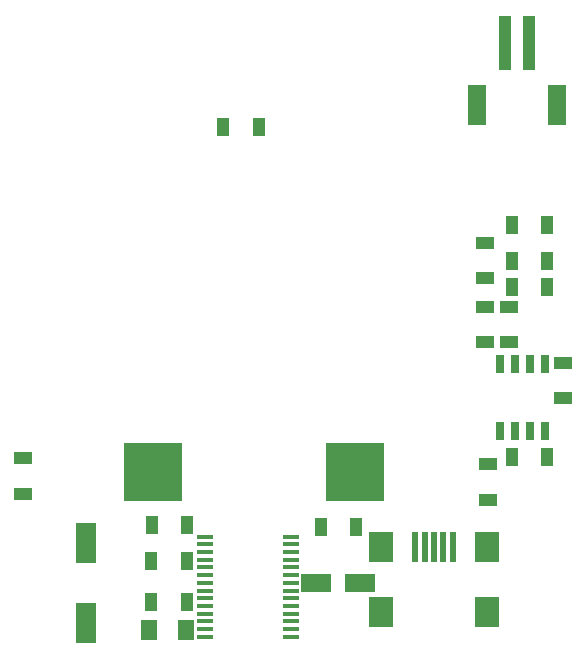
<source format=gtp>
G75*
G70*
%OFA0B0*%
%FSLAX24Y24*%
%IPPOS*%
%LPD*%
%AMOC8*
5,1,8,0,0,1.08239X$1,22.5*
%
%ADD10R,0.1969X0.1969*%
%ADD11R,0.0394X0.0630*%
%ADD12R,0.0630X0.0394*%
%ADD13R,0.0709X0.1339*%
%ADD14R,0.0518X0.0661*%
%ADD15R,0.0984X0.0630*%
%ADD16R,0.0256X0.0630*%
%ADD17R,0.0550X0.0137*%
%ADD18R,0.0394X0.1811*%
%ADD19R,0.0630X0.1339*%
%ADD20R,0.0197X0.0984*%
%ADD21R,0.0787X0.0984*%
D10*
X007254Y006941D03*
X014004Y006941D03*
D11*
X014032Y005129D03*
X012851Y005129D03*
X008410Y005191D03*
X008391Y004004D03*
X008391Y002629D03*
X007209Y002629D03*
X007209Y004004D03*
X007229Y005191D03*
X009601Y018441D03*
X010782Y018441D03*
X019226Y015191D03*
X019226Y014004D03*
X019226Y013129D03*
X020407Y013129D03*
X020407Y014004D03*
X020407Y015191D03*
X020407Y007441D03*
X019226Y007441D03*
D12*
X002941Y006226D03*
X002941Y007407D03*
X018441Y007219D03*
X018441Y006038D03*
X020941Y009413D03*
X020941Y010594D03*
X019129Y011288D03*
X018317Y011288D03*
X018317Y012469D03*
X018317Y013413D03*
X018317Y014594D03*
X019129Y012469D03*
D13*
X005037Y004593D03*
X005037Y001915D03*
D14*
X007121Y001691D03*
X008355Y001691D03*
D15*
X012707Y003254D03*
X014176Y003254D03*
D16*
X018817Y008317D03*
X019317Y008317D03*
X019817Y008317D03*
X020317Y008317D03*
X020317Y010567D03*
X019817Y010567D03*
X019317Y010567D03*
X018817Y010567D03*
D17*
X011857Y004796D03*
X011857Y004541D03*
X011857Y004285D03*
X011857Y004029D03*
X011857Y003773D03*
X011857Y003517D03*
X011857Y003261D03*
X011857Y003005D03*
X011857Y002749D03*
X011857Y002493D03*
X011857Y002237D03*
X011857Y001981D03*
X011857Y001726D03*
X011857Y001470D03*
X008978Y001470D03*
X008978Y001726D03*
X008978Y001981D03*
X008978Y002237D03*
X008978Y002493D03*
X008978Y002749D03*
X008978Y003005D03*
X008978Y003261D03*
X008978Y003517D03*
X008978Y003773D03*
X008978Y004029D03*
X008978Y004285D03*
X008978Y004541D03*
X008978Y004796D03*
D18*
X019008Y021252D03*
X019795Y021252D03*
D19*
X020740Y019205D03*
X018063Y019205D03*
D20*
X017256Y004441D03*
X016941Y004441D03*
X016626Y004441D03*
X016311Y004441D03*
X015996Y004441D03*
D21*
X014854Y004441D03*
X014854Y002276D03*
X018398Y002276D03*
X018398Y004441D03*
M02*

</source>
